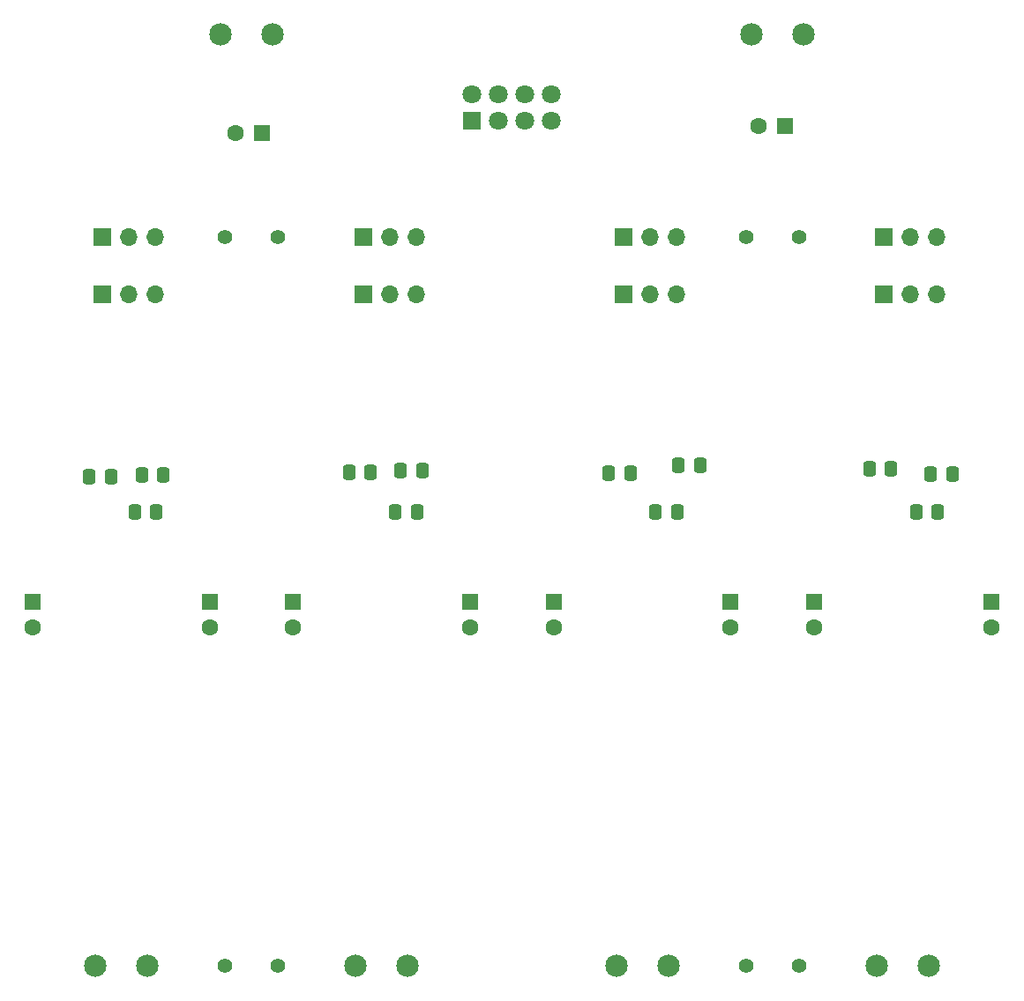
<source format=gbr>
%TF.GenerationSoftware,KiCad,Pcbnew,8.0.7*%
%TF.CreationDate,2025-07-18T12:07:21-04:00*%
%TF.ProjectId,Amplifier_board,416d706c-6966-4696-9572-5f626f617264,rev?*%
%TF.SameCoordinates,Original*%
%TF.FileFunction,Soldermask,Bot*%
%TF.FilePolarity,Negative*%
%FSLAX46Y46*%
G04 Gerber Fmt 4.6, Leading zero omitted, Abs format (unit mm)*
G04 Created by KiCad (PCBNEW 8.0.7) date 2025-07-18 12:07:21*
%MOMM*%
%LPD*%
G01*
G04 APERTURE LIST*
G04 Aperture macros list*
%AMRoundRect*
0 Rectangle with rounded corners*
0 $1 Rounding radius*
0 $2 $3 $4 $5 $6 $7 $8 $9 X,Y pos of 4 corners*
0 Add a 4 corners polygon primitive as box body*
4,1,4,$2,$3,$4,$5,$6,$7,$8,$9,$2,$3,0*
0 Add four circle primitives for the rounded corners*
1,1,$1+$1,$2,$3*
1,1,$1+$1,$4,$5*
1,1,$1+$1,$6,$7*
1,1,$1+$1,$8,$9*
0 Add four rect primitives between the rounded corners*
20,1,$1+$1,$2,$3,$4,$5,0*
20,1,$1+$1,$4,$5,$6,$7,0*
20,1,$1+$1,$6,$7,$8,$9,0*
20,1,$1+$1,$8,$9,$2,$3,0*%
G04 Aperture macros list end*
%ADD10R,1.700000X1.700000*%
%ADD11O,1.700000X1.700000*%
%ADD12R,1.600000X1.600000*%
%ADD13C,1.600000*%
%ADD14C,1.400000*%
%ADD15C,2.154000*%
%ADD16R,1.800000X1.800000*%
%ADD17C,1.800000*%
%ADD18RoundRect,0.250000X0.337500X0.475000X-0.337500X0.475000X-0.337500X-0.475000X0.337500X-0.475000X0*%
%ADD19RoundRect,0.250000X-0.337500X-0.475000X0.337500X-0.475000X0.337500X0.475000X-0.337500X0.475000X0*%
G04 APERTURE END LIST*
D10*
%TO.C,J8*%
X85210000Y-64475000D03*
D11*
X87750000Y-64475000D03*
X90290000Y-64475000D03*
%TD*%
D12*
%TO.C,C8*%
X95500000Y-99500000D03*
D13*
X95500000Y-102000000D03*
%TD*%
D12*
%TO.C,C14*%
X100500000Y-54500000D03*
D13*
X98000000Y-54500000D03*
%TD*%
D12*
%TO.C,C52*%
X170500000Y-99477621D03*
D13*
X170500000Y-101977621D03*
%TD*%
D14*
%TO.C,TP36*%
X96960000Y-134500000D03*
X102040000Y-134500000D03*
%TD*%
D15*
%TO.C,J4*%
X134500000Y-134500000D03*
X139500000Y-134500000D03*
%TD*%
D10*
%TO.C,J9*%
X110220000Y-64482621D03*
D11*
X112760000Y-64482621D03*
X115300000Y-64482621D03*
%TD*%
D10*
%TO.C,J11*%
X160210001Y-64452621D03*
D11*
X162750001Y-64452621D03*
X165290001Y-64452621D03*
%TD*%
D10*
%TO.C,J13*%
X110220000Y-70007621D03*
D11*
X112760000Y-70007621D03*
X115300000Y-70007621D03*
%TD*%
D12*
%TO.C,C53*%
X153500000Y-99477621D03*
D13*
X153500000Y-101977621D03*
%TD*%
D15*
%TO.C,J6*%
X152500000Y-45000000D03*
X147500000Y-45000000D03*
%TD*%
D12*
%TO.C,C37*%
X145490000Y-99490000D03*
D13*
X145490000Y-101990000D03*
%TD*%
D12*
%TO.C,C9*%
X78500000Y-99500000D03*
D13*
X78500000Y-102000000D03*
%TD*%
D12*
%TO.C,C38*%
X128490000Y-99490000D03*
D13*
X128490000Y-101990000D03*
%TD*%
D16*
%TO.C,J7*%
X120690000Y-53270000D03*
D17*
X120690000Y-50730000D03*
X123230000Y-53270000D03*
X123230000Y-50730000D03*
X125770000Y-53270000D03*
X125770000Y-50730000D03*
X128310000Y-53270000D03*
X128310000Y-50730000D03*
%TD*%
D10*
%TO.C,J14*%
X135200000Y-69990000D03*
D11*
X137740000Y-69990000D03*
X140280000Y-69990000D03*
%TD*%
D10*
%TO.C,J12*%
X85210000Y-70000000D03*
D11*
X87750000Y-70000000D03*
X90290000Y-70000000D03*
%TD*%
D14*
%TO.C,TP38*%
X146960000Y-134500000D03*
X152040000Y-134500000D03*
%TD*%
D12*
%TO.C,C74*%
X150680000Y-53780000D03*
D13*
X148180000Y-53780000D03*
%TD*%
D15*
%TO.C,J5*%
X159500000Y-134500000D03*
X164500000Y-134500000D03*
%TD*%
D14*
%TO.C,TP37*%
X146960000Y-64500000D03*
X152040000Y-64500000D03*
%TD*%
D15*
%TO.C,J1*%
X101500000Y-45000000D03*
X96500000Y-45000000D03*
%TD*%
D14*
%TO.C,TP35*%
X96960000Y-64500000D03*
X102040000Y-64500000D03*
%TD*%
D12*
%TO.C,C23*%
X103510000Y-99507621D03*
D13*
X103510000Y-102007621D03*
%TD*%
D10*
%TO.C,J15*%
X160210001Y-69977621D03*
D11*
X162750001Y-69977621D03*
X165290001Y-69977621D03*
%TD*%
D15*
%TO.C,J2*%
X84500000Y-134500000D03*
X89500000Y-134500000D03*
%TD*%
%TO.C,J3*%
X109500000Y-134500000D03*
X114500000Y-134500000D03*
%TD*%
D10*
%TO.C,J10*%
X135200000Y-64465000D03*
D11*
X137740000Y-64465000D03*
X140280000Y-64465000D03*
%TD*%
D12*
%TO.C,C22*%
X120510000Y-99507621D03*
D13*
X120510000Y-102007621D03*
%TD*%
D18*
%TO.C,R38*%
X115875000Y-86930000D03*
X113800000Y-86930000D03*
%TD*%
D19*
%TO.C,C48*%
X158832500Y-86740000D03*
X160907500Y-86740000D03*
%TD*%
D18*
%TO.C,R37*%
X91037500Y-87300000D03*
X88962500Y-87300000D03*
%TD*%
%TO.C,R40*%
X166757500Y-87250000D03*
X164682500Y-87250000D03*
%TD*%
D19*
%TO.C,C4*%
X83915000Y-87460000D03*
X85990000Y-87460000D03*
%TD*%
%TO.C,C33*%
X133802500Y-87150000D03*
X135877500Y-87150000D03*
%TD*%
%TO.C,C32*%
X138285000Y-90890000D03*
X140360000Y-90890000D03*
%TD*%
D18*
%TO.C,R39*%
X142577500Y-86360000D03*
X140502500Y-86360000D03*
%TD*%
D19*
%TO.C,C47*%
X163295001Y-90877621D03*
X165370001Y-90877621D03*
%TD*%
%TO.C,C18*%
X108882500Y-87110000D03*
X110957500Y-87110000D03*
%TD*%
%TO.C,C17*%
X113305000Y-90907621D03*
X115380000Y-90907621D03*
%TD*%
%TO.C,C3*%
X88295000Y-90900000D03*
X90370000Y-90900000D03*
%TD*%
M02*

</source>
